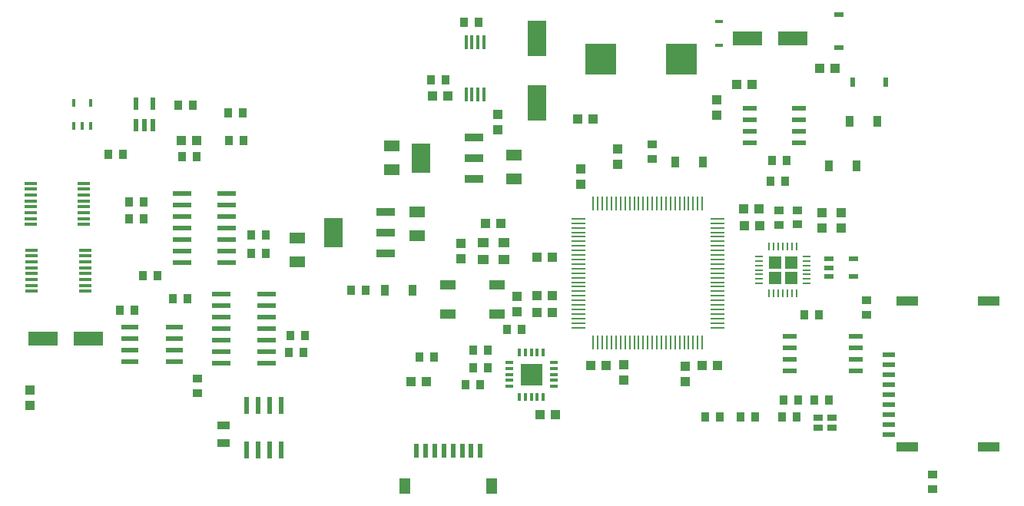
<source format=gbr>
%TF.GenerationSoftware,KiCad,Pcbnew,(6.0.5)*%
%TF.CreationDate,2022-05-28T08:22:02-07:00*%
%TF.ProjectId,Engine-Controller,456e6769-6e65-42d4-936f-6e74726f6c6c,1.0*%
%TF.SameCoordinates,Original*%
%TF.FileFunction,Paste,Top*%
%TF.FilePolarity,Positive*%
%FSLAX46Y46*%
G04 Gerber Fmt 4.6, Leading zero omitted, Abs format (unit mm)*
G04 Created by KiCad (PCBNEW (6.0.5)) date 2022-05-28 08:22:02*
%MOMM*%
%LPD*%
G01*
G04 APERTURE LIST*
G04 Aperture macros list*
%AMRoundRect*
0 Rectangle with rounded corners*
0 $1 Rounding radius*
0 $2 $3 $4 $5 $6 $7 $8 $9 X,Y pos of 4 corners*
0 Add a 4 corners polygon primitive as box body*
4,1,4,$2,$3,$4,$5,$6,$7,$8,$9,$2,$3,0*
0 Add four circle primitives for the rounded corners*
1,1,$1+$1,$2,$3*
1,1,$1+$1,$4,$5*
1,1,$1+$1,$6,$7*
1,1,$1+$1,$8,$9*
0 Add four rect primitives between the rounded corners*
20,1,$1+$1,$2,$3,$4,$5,0*
20,1,$1+$1,$4,$5,$6,$7,0*
20,1,$1+$1,$6,$7,$8,$9,0*
20,1,$1+$1,$8,$9,$2,$3,0*%
G04 Aperture macros list end*
%ADD10C,0.010000*%
%ADD11R,1.778000X1.270000*%
%ADD12R,1.000000X1.100000*%
%ADD13R,1.700000X0.990600*%
%ADD14R,1.100000X1.000000*%
%ADD15R,0.838200X0.457200*%
%ADD16R,1.041400X0.584200*%
%ADD17R,0.584200X1.041400*%
%ADD18R,0.940000X1.020000*%
%ADD19R,0.410000X1.570000*%
%ADD20R,3.200000X1.600000*%
%ADD21R,1.550000X0.600000*%
%ADD22R,2.000000X4.000000*%
%ADD23R,0.965200X1.295400*%
%ADD24R,1.020000X0.940000*%
%ADD25R,3.500000X3.500000*%
%ADD26R,2.150000X0.950000*%
%ADD27R,2.150000X3.250000*%
%ADD28R,1.560000X0.280000*%
%ADD29R,0.280000X1.560000*%
%ADD30RoundRect,0.041300X-0.933700X-0.253700X0.933700X-0.253700X0.933700X0.253700X-0.933700X0.253700X0*%
%ADD31R,1.400000X0.620000*%
%ADD32R,2.400000X1.100000*%
%ADD33R,1.981200X0.558800*%
%ADD34R,0.406400X0.952500*%
%ADD35R,1.384300X0.355600*%
%ADD36R,0.558800X1.981200*%
%ADD37R,1.524000X0.558800*%
%ADD38R,1.380000X0.920000*%
%ADD39R,0.979300X0.558800*%
%ADD40R,0.600000X1.500000*%
%ADD41R,1.200000X1.800000*%
%ADD42R,1.000000X0.800000*%
%ADD43R,1.300000X1.100000*%
%ADD44RoundRect,0.012800X-0.392200X-0.147200X0.392200X-0.147200X0.392200X0.147200X-0.392200X0.147200X0*%
%ADD45RoundRect,0.012800X0.147200X-0.392200X0.147200X0.392200X-0.147200X0.392200X-0.147200X-0.392200X0*%
%ADD46R,0.900000X0.254000*%
%ADD47R,0.254000X0.900000*%
%ADD48R,0.558800X1.320800*%
G04 APERTURE END LIST*
%TO.C,U14*%
G36*
X150959200Y-137954400D02*
G01*
X148659200Y-137954400D01*
X148659200Y-135654400D01*
X150959200Y-135654400D01*
X150959200Y-137954400D01*
G37*
D10*
X150959200Y-137954400D02*
X148659200Y-137954400D01*
X148659200Y-135654400D01*
X150959200Y-135654400D01*
X150959200Y-137954400D01*
%TO.C,U5*%
G36*
X177268538Y-126772800D02*
G01*
X176018600Y-126772800D01*
X176018600Y-125522862D01*
X177268538Y-125522862D01*
X177268538Y-126772800D01*
G37*
X177268538Y-126772800D02*
X176018600Y-126772800D01*
X176018600Y-125522862D01*
X177268538Y-125522862D01*
X177268538Y-126772800D01*
G36*
X179021080Y-126772800D02*
G01*
X177768600Y-126772800D01*
X177768600Y-125523213D01*
X179021080Y-125523213D01*
X179021080Y-126772800D01*
G37*
X179021080Y-126772800D02*
X177768600Y-126772800D01*
X177768600Y-125523213D01*
X179021080Y-125523213D01*
X179021080Y-126772800D01*
G36*
X177268144Y-125022800D02*
G01*
X176018600Y-125022800D01*
X176018600Y-123770070D01*
X177268144Y-123770070D01*
X177268144Y-125022800D01*
G37*
X177268144Y-125022800D02*
X176018600Y-125022800D01*
X176018600Y-123770070D01*
X177268144Y-123770070D01*
X177268144Y-125022800D01*
G36*
X179021120Y-125022800D02*
G01*
X177768600Y-125022800D01*
X177768600Y-123770280D01*
X179021120Y-123770280D01*
X179021120Y-125022800D01*
G37*
X179021120Y-125022800D02*
X177768600Y-125022800D01*
X177768600Y-123770280D01*
X179021120Y-123770280D01*
X179021120Y-125022800D01*
%TD*%
D11*
%TO.C,C6*%
X147904200Y-112623600D03*
X147904200Y-115265200D03*
%TD*%
%TO.C,C7*%
X134442200Y-114249200D03*
X134442200Y-111607600D03*
%TD*%
D12*
%TO.C,C8*%
X148259800Y-129882000D03*
X148259800Y-128182000D03*
%TD*%
D13*
%TO.C,B1*%
X146032200Y-130123999D03*
X140632200Y-130123999D03*
X146032200Y-126924001D03*
X140632200Y-126924001D03*
%TD*%
D12*
%TO.C,C15*%
X146126200Y-109841400D03*
X146126200Y-108141400D03*
%TD*%
D14*
%TO.C,C16*%
X138926200Y-106070400D03*
X140626200Y-106070400D03*
%TD*%
D15*
%TO.C,D2*%
X170510200Y-100533200D03*
X170510200Y-97891600D03*
%TD*%
D16*
%TO.C,D4*%
X183718200Y-100799900D03*
X183718200Y-97116900D03*
%TD*%
D17*
%TO.C,D5*%
X185178700Y-104546400D03*
X188861700Y-104546400D03*
%TD*%
D18*
%TO.C,R8*%
X143995200Y-97942400D03*
X142415200Y-97942400D03*
%TD*%
%TO.C,R9*%
X140312200Y-104292400D03*
X138732200Y-104292400D03*
%TD*%
D19*
%TO.C,U6*%
X144561200Y-100152400D03*
X143911200Y-100152400D03*
X143261200Y-100152400D03*
X142611200Y-100152400D03*
X142611200Y-105892400D03*
X143261200Y-105892400D03*
X143911200Y-105892400D03*
X144561200Y-105892400D03*
%TD*%
D20*
%TO.C,C1*%
X178598200Y-99720400D03*
X173598200Y-99720400D03*
%TD*%
D14*
%TO.C,C17*%
X156628200Y-108610400D03*
X154928200Y-108610400D03*
%TD*%
%TO.C,C2*%
X181598200Y-103022400D03*
X183298200Y-103022400D03*
%TD*%
D12*
%TO.C,C3*%
X170256200Y-106490400D03*
X170256200Y-108190400D03*
%TD*%
D21*
%TO.C,U2*%
X173906200Y-107467400D03*
X173906200Y-108737400D03*
X173906200Y-110007400D03*
X173906200Y-111277400D03*
X179306200Y-111277400D03*
X179306200Y-110007400D03*
X179306200Y-108737400D03*
X179306200Y-107467400D03*
%TD*%
D18*
%TO.C,R5*%
X177777200Y-115468400D03*
X176197200Y-115468400D03*
%TD*%
D22*
%TO.C,C5*%
X150444200Y-106826400D03*
X150444200Y-99726400D03*
%TD*%
D23*
%TO.C,D3*%
X182575200Y-113817400D03*
X185623200Y-113817400D03*
%TD*%
D18*
%TO.C,R2*%
X176324200Y-113182400D03*
X177904200Y-113182400D03*
%TD*%
D24*
%TO.C,R3*%
X163093400Y-111417100D03*
X163093400Y-112997100D03*
%TD*%
D25*
%TO.C,L1*%
X166324200Y-102006400D03*
X157424200Y-102006400D03*
%TD*%
D26*
%TO.C,U3*%
X143438200Y-115228400D03*
X143438200Y-112928400D03*
D27*
X137638200Y-112928400D03*
D26*
X143438200Y-110628400D03*
%TD*%
D14*
%TO.C,C4*%
X174154200Y-104800400D03*
X172454200Y-104800400D03*
%TD*%
D28*
%TO.C,U1*%
X154956200Y-119628400D03*
X154956200Y-120128400D03*
X154956200Y-120628400D03*
X154956200Y-121128400D03*
X154956200Y-121628400D03*
X154956200Y-122128400D03*
X154956200Y-122628400D03*
X154956200Y-123128400D03*
X154956200Y-123628400D03*
X154956200Y-124128400D03*
X154956200Y-124628400D03*
X154956200Y-125128400D03*
X154956200Y-125628400D03*
X154956200Y-126128400D03*
X154956200Y-126628400D03*
X154956200Y-127128400D03*
X154956200Y-127628400D03*
X154956200Y-128128400D03*
X154956200Y-128628400D03*
X154956200Y-129128400D03*
X154956200Y-129628400D03*
X154956200Y-130128400D03*
X154956200Y-130628400D03*
X154956200Y-131128400D03*
X154956200Y-131628400D03*
D29*
X156636200Y-133308400D03*
X157136200Y-133308400D03*
X157636200Y-133308400D03*
X158136200Y-133308400D03*
X158636200Y-133308400D03*
X159136200Y-133308400D03*
X159636200Y-133308400D03*
X160136200Y-133308400D03*
X160636200Y-133308400D03*
X161136200Y-133308400D03*
X161636200Y-133308400D03*
X162136200Y-133308400D03*
X162636200Y-133308400D03*
X163136200Y-133308400D03*
X163636200Y-133308400D03*
X164136200Y-133308400D03*
X164636200Y-133308400D03*
X165136200Y-133308400D03*
X165636200Y-133308400D03*
X166136200Y-133308400D03*
X166636200Y-133308400D03*
X167136200Y-133308400D03*
X167636200Y-133308400D03*
X168136200Y-133308400D03*
X168636200Y-133308400D03*
D28*
X170316200Y-131628400D03*
X170316200Y-131128400D03*
X170316200Y-130628400D03*
X170316200Y-130128400D03*
X170316200Y-129628400D03*
X170316200Y-129128400D03*
X170316200Y-128628400D03*
X170316200Y-128128400D03*
X170316200Y-127628400D03*
X170316200Y-127128400D03*
X170316200Y-126628400D03*
X170316200Y-126128400D03*
X170316200Y-125628400D03*
X170316200Y-125128400D03*
X170316200Y-124628400D03*
X170316200Y-124128400D03*
X170316200Y-123628400D03*
X170316200Y-123128400D03*
X170316200Y-122628400D03*
X170316200Y-122128400D03*
X170316200Y-121628400D03*
X170316200Y-121128400D03*
X170316200Y-120628400D03*
X170316200Y-120128400D03*
X170316200Y-119628400D03*
D29*
X168636200Y-117948400D03*
X168136200Y-117948400D03*
X167636200Y-117948400D03*
X167136200Y-117948400D03*
X166636200Y-117948400D03*
X166136200Y-117948400D03*
X165636200Y-117948400D03*
X165136200Y-117948400D03*
X164636200Y-117948400D03*
X164136200Y-117948400D03*
X163636200Y-117948400D03*
X163136200Y-117948400D03*
X162636200Y-117948400D03*
X162136200Y-117948400D03*
X161636200Y-117948400D03*
X161136200Y-117948400D03*
X160636200Y-117948400D03*
X160136200Y-117948400D03*
X159636200Y-117948400D03*
X159136200Y-117948400D03*
X158636200Y-117948400D03*
X158136200Y-117948400D03*
X157636200Y-117948400D03*
X157136200Y-117948400D03*
X156636200Y-117948400D03*
%TD*%
D23*
%TO.C,D7*%
X168719500Y-113334800D03*
X165671500Y-113334800D03*
%TD*%
%TO.C,D6*%
X187909200Y-108864400D03*
X184861200Y-108864400D03*
%TD*%
D12*
%TO.C,C30*%
X94564200Y-140194400D03*
X94564200Y-138494400D03*
%TD*%
D11*
%TO.C,C27*%
X137236200Y-118846600D03*
X137236200Y-121488200D03*
%TD*%
D14*
%TO.C,C9*%
X150432400Y-123901200D03*
X152132400Y-123901200D03*
%TD*%
D23*
%TO.C,D9*%
X133680200Y-127533400D03*
X136728200Y-127533400D03*
%TD*%
D18*
%TO.C,R27*%
X104442200Y-129692400D03*
X106022200Y-129692400D03*
%TD*%
%TO.C,R1*%
X177467200Y-141503400D03*
X179047200Y-141503400D03*
%TD*%
%TO.C,R18*%
X170538200Y-141503400D03*
X168958200Y-141503400D03*
%TD*%
D24*
%TO.C,R14*%
X179146200Y-120270400D03*
X179146200Y-118690400D03*
%TD*%
D14*
%TO.C,C21*%
X156364200Y-135788400D03*
X158064200Y-135788400D03*
%TD*%
D24*
%TO.C,R34*%
X186766200Y-130228400D03*
X186766200Y-128648400D03*
%TD*%
D18*
%TO.C,R7*%
X112880200Y-112801400D03*
X111300200Y-112801400D03*
%TD*%
D30*
%TO.C,U7*%
X115648200Y-127914400D03*
X115648200Y-129184400D03*
X115648200Y-130454400D03*
X115648200Y-131724400D03*
X115648200Y-132994400D03*
X115648200Y-134264400D03*
X115648200Y-135534400D03*
X120608200Y-135534400D03*
X120608200Y-134264400D03*
X120608200Y-132994400D03*
X120608200Y-131724400D03*
X120608200Y-130454400D03*
X120608200Y-129184400D03*
X120608200Y-127914400D03*
%TD*%
D18*
%TO.C,R16*%
X177594200Y-139598400D03*
X179174200Y-139598400D03*
%TD*%
%TO.C,R29*%
X144122200Y-137947400D03*
X142542200Y-137947400D03*
%TD*%
%TO.C,R32*%
X143431200Y-134137400D03*
X145011200Y-134137400D03*
%TD*%
%TO.C,R17*%
X181023200Y-139598400D03*
X182603200Y-139598400D03*
%TD*%
D12*
%TO.C,C10*%
X159982800Y-137425800D03*
X159982800Y-135725800D03*
%TD*%
D18*
%TO.C,R4*%
X110919200Y-107086400D03*
X112499200Y-107086400D03*
%TD*%
D14*
%TO.C,C14*%
X168644200Y-135788400D03*
X170344200Y-135788400D03*
%TD*%
D12*
%TO.C,C20*%
X181813200Y-118936400D03*
X181813200Y-120636400D03*
%TD*%
D31*
%TO.C,P4*%
X189214600Y-134630800D03*
X189214600Y-135730800D03*
X189214600Y-136830800D03*
X189214600Y-137930800D03*
X189214600Y-139030800D03*
X189214600Y-140130800D03*
X189214600Y-141230800D03*
X189214600Y-142330800D03*
X189214600Y-143430800D03*
D32*
X200214600Y-144810800D03*
X191214600Y-144810800D03*
X191214600Y-128660800D03*
X200214600Y-128660800D03*
%TD*%
D33*
%TO.C,U8*%
X105562400Y-131597400D03*
X105562400Y-132867400D03*
X105562400Y-134137400D03*
X105562400Y-135407400D03*
X110490000Y-135407400D03*
X110490000Y-134137400D03*
X110490000Y-132867400D03*
X110490000Y-131597400D03*
%TD*%
D30*
%TO.C,U9*%
X111261200Y-116865400D03*
X111261200Y-118135400D03*
X111261200Y-119405400D03*
X111261200Y-120675400D03*
X111261200Y-121945400D03*
X111261200Y-123215400D03*
X111261200Y-124485400D03*
X116221200Y-124485400D03*
X116221200Y-123215400D03*
X116221200Y-121945400D03*
X116221200Y-120675400D03*
X116221200Y-119405400D03*
X116221200Y-118135400D03*
X116221200Y-116865400D03*
%TD*%
D34*
%TO.C,Q1*%
X99329199Y-109378750D03*
X100279200Y-109378750D03*
X101229201Y-109378750D03*
X101229201Y-106826050D03*
X99329199Y-106826050D03*
%TD*%
D18*
%TO.C,R22*%
X123238200Y-132486400D03*
X124818200Y-132486400D03*
%TD*%
%TO.C,R20*%
X111864200Y-128422400D03*
X110284200Y-128422400D03*
%TD*%
%TO.C,R21*%
X123111200Y-134391400D03*
X124691200Y-134391400D03*
%TD*%
%TO.C,R30*%
X143431200Y-136042400D03*
X145011200Y-136042400D03*
%TD*%
D12*
%TO.C,C22*%
X155270200Y-114110400D03*
X155270200Y-115810400D03*
%TD*%
D35*
%TO.C,U12*%
X94744057Y-123076058D03*
X94744057Y-123726056D03*
X94744057Y-124376058D03*
X94744057Y-125026056D03*
X94744057Y-125676055D03*
X94744057Y-126326056D03*
X94744057Y-126976055D03*
X94744057Y-127626056D03*
X100624157Y-127626056D03*
X100624157Y-126976058D03*
X100624157Y-126326056D03*
X100624157Y-125676058D03*
X100624157Y-125026059D03*
X100624157Y-124376058D03*
X100624157Y-123726059D03*
X100624157Y-123076058D03*
%TD*%
D36*
%TO.C,U15*%
X118440200Y-145110200D03*
X119710200Y-145110200D03*
X120980200Y-145110200D03*
X122250200Y-145110200D03*
X122250200Y-140182600D03*
X120980200Y-140182600D03*
X119710200Y-140182600D03*
X118440200Y-140182600D03*
%TD*%
D37*
%TO.C,U4*%
X178295300Y-132613400D03*
X178295300Y-133883400D03*
X178295300Y-135153400D03*
X178295300Y-136423400D03*
X185585100Y-136423400D03*
X185585100Y-135153400D03*
X185585100Y-133883400D03*
X185585100Y-132613400D03*
%TD*%
D18*
%TO.C,R19*%
X108562200Y-125882400D03*
X106982200Y-125882400D03*
%TD*%
D14*
%TO.C,C18*%
X111240200Y-111023400D03*
X112940200Y-111023400D03*
%TD*%
D24*
%TO.C,R13*%
X177114200Y-120322400D03*
X177114200Y-118742400D03*
%TD*%
%TO.C,R10*%
X194005200Y-149405400D03*
X194005200Y-147825400D03*
%TD*%
D14*
%TO.C,C13*%
X150381600Y-129946400D03*
X152081600Y-129946400D03*
%TD*%
D12*
%TO.C,C23*%
X166801800Y-137629000D03*
X166801800Y-135929000D03*
%TD*%
D38*
%TO.C,R33*%
X115900200Y-144363400D03*
X115900200Y-142453400D03*
%TD*%
D39*
%TO.C,D8*%
X182562208Y-124068799D03*
X182562208Y-125018800D03*
X182562208Y-125968801D03*
X185294104Y-125968801D03*
X185294104Y-124068799D03*
%TD*%
D40*
%TO.C,P9*%
X137165200Y-145176400D03*
X138165200Y-145176400D03*
X139165200Y-145176400D03*
X140165200Y-145176400D03*
X141165200Y-145176400D03*
X142165200Y-145176400D03*
X143165200Y-145176400D03*
X144165200Y-145176400D03*
D41*
X145465200Y-149076400D03*
X135865200Y-149076400D03*
%TD*%
D18*
%TO.C,R28*%
X131549200Y-127533400D03*
X129969200Y-127533400D03*
%TD*%
D12*
%TO.C,J2*%
X159334200Y-111951400D03*
X159334200Y-113651400D03*
%TD*%
D24*
%TO.C,R37*%
X112979200Y-138864400D03*
X112979200Y-137284400D03*
%TD*%
D18*
%TO.C,R25*%
X118920200Y-123469400D03*
X120500200Y-123469400D03*
%TD*%
D14*
%TO.C,C26*%
X174967000Y-120396000D03*
X173267000Y-120396000D03*
%TD*%
D42*
%TO.C,D1*%
X182944200Y-142688400D03*
X181444200Y-142688400D03*
X181444200Y-141588400D03*
X182944200Y-141588400D03*
%TD*%
D14*
%TO.C,C11*%
X174916200Y-118516400D03*
X173216200Y-118516400D03*
%TD*%
%TO.C,C12*%
X150381600Y-128092200D03*
X152081600Y-128092200D03*
%TD*%
D12*
%TO.C,C19*%
X183972200Y-118936400D03*
X183972200Y-120636400D03*
%TD*%
D14*
%TO.C,C32*%
X136552200Y-137566400D03*
X138252200Y-137566400D03*
%TD*%
D18*
%TO.C,R23*%
X107038200Y-117754400D03*
X105458200Y-117754400D03*
%TD*%
D26*
%TO.C,U10*%
X133765200Y-123483400D03*
X133765200Y-121183400D03*
D27*
X127965200Y-121183400D03*
D26*
X133765200Y-118883400D03*
%TD*%
D18*
%TO.C,R36*%
X137462200Y-134899400D03*
X139042200Y-134899400D03*
%TD*%
D43*
%TO.C,Y1*%
X146768200Y-122290000D03*
X144468200Y-122290000D03*
X144468200Y-124090000D03*
X146768200Y-124090000D03*
%TD*%
D14*
%TO.C,C31*%
X152437200Y-141249400D03*
X150737200Y-141249400D03*
%TD*%
D18*
%TO.C,R11*%
X116380200Y-107975400D03*
X117960200Y-107975400D03*
%TD*%
D14*
%TO.C,C33*%
X146468200Y-120142000D03*
X144768200Y-120142000D03*
%TD*%
D18*
%TO.C,R12*%
X118087200Y-111023400D03*
X116507200Y-111023400D03*
%TD*%
D44*
%TO.C,U14*%
X147359200Y-135504400D03*
X147359200Y-136154400D03*
X147359200Y-136804400D03*
X147359200Y-137454400D03*
X147359200Y-138104400D03*
D45*
X148509200Y-139254400D03*
X149159200Y-139254400D03*
X149809200Y-139254400D03*
X150459200Y-139254400D03*
X151109200Y-139254400D03*
D44*
X152259200Y-138104400D03*
X152259200Y-137454400D03*
X152259200Y-136804400D03*
X152259200Y-136154400D03*
X152259200Y-135504400D03*
D45*
X151109200Y-134354400D03*
X150459200Y-134354400D03*
X149809200Y-134354400D03*
X149159200Y-134354400D03*
X148509200Y-134354400D03*
%TD*%
D11*
%TO.C,C28*%
X124028200Y-121767600D03*
X124028200Y-124409200D03*
%TD*%
D18*
%TO.C,R15*%
X172895200Y-141503400D03*
X174475200Y-141503400D03*
%TD*%
%TO.C,R35*%
X181460200Y-130200400D03*
X179880200Y-130200400D03*
%TD*%
%TO.C,R26*%
X118920200Y-121437400D03*
X120500200Y-121437400D03*
%TD*%
D20*
%TO.C,C29*%
X96001200Y-132867400D03*
X101001200Y-132867400D03*
%TD*%
D46*
%TO.C,U5*%
X180108600Y-126772800D03*
X180108600Y-126272800D03*
X180108600Y-125772800D03*
X180108600Y-125272800D03*
X180108600Y-124772800D03*
X180108600Y-124272800D03*
X180108600Y-123772800D03*
D47*
X179018600Y-122682800D03*
X178518600Y-122682800D03*
X178018600Y-122682800D03*
X177518600Y-122682800D03*
X177018600Y-122682800D03*
X176518600Y-122682800D03*
X176018600Y-122682800D03*
D46*
X174928600Y-123772800D03*
X174928600Y-124272800D03*
X174928600Y-124772800D03*
X174928600Y-125272800D03*
X174928600Y-125772800D03*
X174928600Y-126272800D03*
X174928600Y-126772800D03*
D47*
X176018600Y-127862800D03*
X176518600Y-127862800D03*
X177018600Y-127862800D03*
X177518600Y-127862800D03*
X178018600Y-127862800D03*
X178518600Y-127862800D03*
X179018600Y-127862800D03*
%TD*%
D35*
%TO.C,U13*%
X94617057Y-115710058D03*
X94617057Y-116360056D03*
X94617057Y-117010058D03*
X94617057Y-117660056D03*
X94617057Y-118310055D03*
X94617057Y-118960056D03*
X94617057Y-119610055D03*
X94617057Y-120260056D03*
X100497157Y-120260056D03*
X100497157Y-119610058D03*
X100497157Y-118960056D03*
X100497157Y-118310058D03*
X100497157Y-117660059D03*
X100497157Y-117010058D03*
X100497157Y-116360059D03*
X100497157Y-115710058D03*
%TD*%
D18*
%TO.C,R24*%
X107038200Y-119659400D03*
X105458200Y-119659400D03*
%TD*%
%TO.C,R31*%
X147114200Y-131851400D03*
X148694200Y-131851400D03*
%TD*%
D48*
%TO.C,U11*%
X106187199Y-109296200D03*
X107137200Y-109296200D03*
X108087201Y-109296200D03*
X108087201Y-106908600D03*
X106187199Y-106908600D03*
%TD*%
D12*
%TO.C,C34*%
X142062200Y-124040000D03*
X142062200Y-122340000D03*
%TD*%
D18*
%TO.C,R6*%
X103172200Y-112547400D03*
X104752200Y-112547400D03*
%TD*%
M02*

</source>
